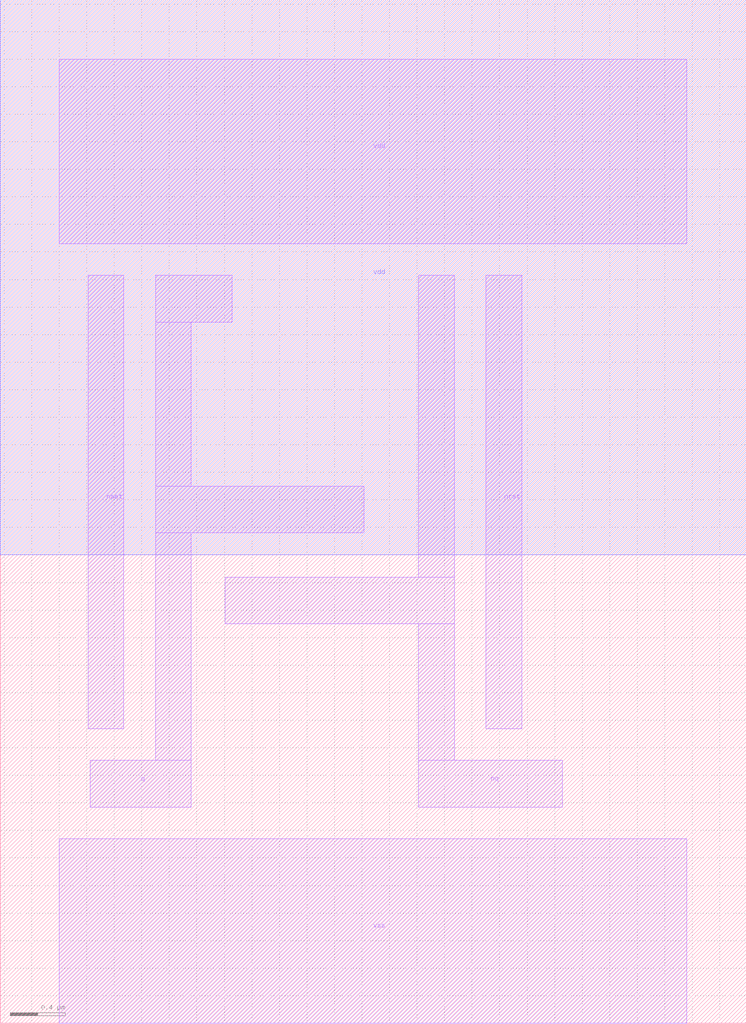
<source format=lef>
VERSION 5.7 ;
  NOWIREEXTENSIONATPIN ON ;
  DIVIDERCHAR "/" ;
  BUSBITCHARS "[]" ;
MACRO nsnrlatch_x0
  CLASS BLOCK ;
  FOREIGN nsnrlatch_x0 ;
  ORIGIN 0.430 0.000 ;
  SIZE 5.420 BY 7.430 ;
  PIN q
    ANTENNAGATEAREA 0.492800 ;
    ANTENNADIFFAREA 0.844800 ;
    PORT
      LAYER Metal1 ;
        RECT 0.700 5.090 1.255 5.430 ;
        RECT 0.700 3.900 0.960 5.090 ;
        RECT 0.700 3.560 2.215 3.900 ;
        RECT 0.700 1.910 0.960 3.560 ;
        RECT 0.225 1.570 0.960 1.910 ;
    END
  END q
  PIN vdd
    ANTENNADIFFAREA 2.772800 ;
    PORT
      LAYER Nwell ;
        RECT -0.430 3.400 4.990 7.430 ;
      LAYER Metal1 ;
        RECT 0.000 5.660 4.560 7.000 ;
    END
  END vdd
  PIN vss
    ANTENNADIFFAREA 1.998400 ;
    PORT
      LAYER Metal1 ;
        RECT 0.000 0.000 4.560 1.340 ;
    END
  END vss
  PIN nset
    ANTENNAGATEAREA 0.492800 ;
    PORT
      LAYER Metal1 ;
        RECT 0.210 2.140 0.470 5.430 ;
    END
  END nset
  PIN nq
    ANTENNAGATEAREA 0.492800 ;
    ANTENNADIFFAREA 0.844800 ;
    PORT
      LAYER Metal1 ;
        RECT 2.610 3.240 2.870 5.430 ;
        RECT 1.205 2.900 2.870 3.240 ;
        RECT 2.610 1.910 2.870 2.900 ;
        RECT 2.610 1.570 3.655 1.910 ;
    END
  END nq
  PIN nrst
    ANTENNAGATEAREA 0.492800 ;
    PORT
      LAYER Metal1 ;
        RECT 3.100 2.140 3.360 5.430 ;
    END
  END nrst
END nsnrlatch_x0
END LIBRARY


</source>
